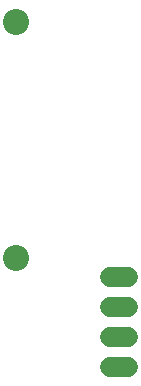
<source format=gbr>
G04 EAGLE Gerber RS-274X export*
G75*
%MOMM*%
%FSLAX34Y34*%
%LPD*%
%INSoldermask Bottom*%
%IPPOS*%
%AMOC8*
5,1,8,0,0,1.08239X$1,22.5*%
G01*
%ADD10C,1.727200*%
%ADD11C,2.203200*%


D10*
X244520Y1684400D02*
X229280Y1684400D01*
X229280Y1659000D02*
X244520Y1659000D01*
X244520Y1633600D02*
X229280Y1633600D01*
X229280Y1608200D02*
X244520Y1608200D01*
D11*
X150000Y1900350D03*
X150000Y1700150D03*
M02*

</source>
